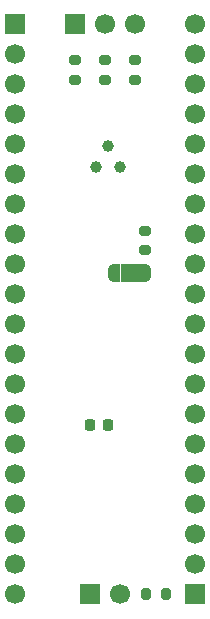
<source format=gbs>
G04 #@! TF.GenerationSoftware,KiCad,Pcbnew,9.0.7*
G04 #@! TF.CreationDate,2026-01-28T19:45:35+11:00*
G04 #@! TF.ProjectId,16BitFlashROM_Adaptor,31364269-7446-46c6-9173-68524f4d5f41,rev?*
G04 #@! TF.SameCoordinates,Original*
G04 #@! TF.FileFunction,Soldermask,Bot*
G04 #@! TF.FilePolarity,Negative*
%FSLAX46Y46*%
G04 Gerber Fmt 4.6, Leading zero omitted, Abs format (unit mm)*
G04 Created by KiCad (PCBNEW 9.0.7) date 2026-01-28 19:45:35*
%MOMM*%
%LPD*%
G01*
G04 APERTURE LIST*
G04 Aperture macros list*
%AMRoundRect*
0 Rectangle with rounded corners*
0 $1 Rounding radius*
0 $2 $3 $4 $5 $6 $7 $8 $9 X,Y pos of 4 corners*
0 Add a 4 corners polygon primitive as box body*
4,1,4,$2,$3,$4,$5,$6,$7,$8,$9,$2,$3,0*
0 Add four circle primitives for the rounded corners*
1,1,$1+$1,$2,$3*
1,1,$1+$1,$4,$5*
1,1,$1+$1,$6,$7*
1,1,$1+$1,$8,$9*
0 Add four rect primitives between the rounded corners*
20,1,$1+$1,$2,$3,$4,$5,0*
20,1,$1+$1,$4,$5,$6,$7,0*
20,1,$1+$1,$6,$7,$8,$9,0*
20,1,$1+$1,$8,$9,$2,$3,0*%
%AMFreePoly0*
4,1,23,0.550000,-0.750000,0.000000,-0.750000,0.000000,-0.745722,-0.065263,-0.745722,-0.191342,-0.711940,-0.304381,-0.646677,-0.396677,-0.554381,-0.461940,-0.441342,-0.495722,-0.315263,-0.495722,-0.250000,-0.500000,-0.250000,-0.500000,0.250000,-0.495722,0.250000,-0.495722,0.315263,-0.461940,0.441342,-0.396677,0.554381,-0.304381,0.646677,-0.191342,0.711940,-0.065263,0.745722,0.000000,0.745722,
0.000000,0.750000,0.550000,0.750000,0.550000,-0.750000,0.550000,-0.750000,$1*%
%AMFreePoly1*
4,1,23,0.000000,0.745722,0.065263,0.745722,0.191342,0.711940,0.304381,0.646677,0.396677,0.554381,0.461940,0.441342,0.495722,0.315263,0.495722,0.250000,0.500000,0.250000,0.500000,-0.250000,0.495722,-0.250000,0.495722,-0.315263,0.461940,-0.441342,0.396677,-0.554381,0.304381,-0.646677,0.191342,-0.711940,0.065263,-0.745722,0.000000,-0.745722,0.000000,-0.750000,-0.550000,-0.750000,
-0.550000,0.750000,0.000000,0.750000,0.000000,0.745722,0.000000,0.745722,$1*%
G04 Aperture macros list end*
%ADD10R,1.700000X1.700000*%
%ADD11C,1.700000*%
%ADD12C,1.000000*%
%ADD13RoundRect,0.200000X-0.275000X0.200000X-0.275000X-0.200000X0.275000X-0.200000X0.275000X0.200000X0*%
%ADD14FreePoly0,0.000000*%
%ADD15R,1.000000X1.500000*%
%ADD16FreePoly1,0.000000*%
%ADD17RoundRect,0.200000X0.200000X0.275000X-0.200000X0.275000X-0.200000X-0.275000X0.200000X-0.275000X0*%
%ADD18RoundRect,0.225000X-0.225000X-0.250000X0.225000X-0.250000X0.225000X0.250000X-0.225000X0.250000X0*%
%ADD19RoundRect,0.200000X0.275000X-0.200000X0.275000X0.200000X-0.275000X0.200000X-0.275000X-0.200000X0*%
G04 APERTURE END LIST*
G36*
X148670000Y-110722500D02*
G01*
X150170000Y-110722500D01*
X150170000Y-109222500D01*
X148670000Y-109222500D01*
X148670000Y-110722500D01*
G37*
D10*
X144780000Y-88900000D03*
D11*
X147320000Y-88900000D03*
X149860000Y-88900000D03*
D10*
X146045000Y-137160000D03*
D11*
X148585000Y-137160000D03*
D12*
X147560000Y-99190000D03*
D10*
X139700000Y-88900000D03*
D11*
X139700000Y-91440000D03*
X139700000Y-93980000D03*
X139700000Y-96520000D03*
X139700000Y-99060000D03*
X139700000Y-101600000D03*
X139700000Y-104140000D03*
X139700000Y-106680000D03*
X139700000Y-109220000D03*
X139700000Y-111760000D03*
X139700000Y-114300000D03*
X139700000Y-116840000D03*
X139700000Y-119380000D03*
X139700000Y-121920000D03*
X139700000Y-124460000D03*
X139700000Y-127000000D03*
X139700000Y-129540000D03*
X139700000Y-132080000D03*
X139700000Y-134620000D03*
X139700000Y-137160000D03*
D13*
X150695000Y-106382500D03*
X150695000Y-108032500D03*
D14*
X148120000Y-109972500D03*
D15*
X149420000Y-109972500D03*
D16*
X150720000Y-109972500D03*
D13*
X149860000Y-91940000D03*
X149860000Y-93590000D03*
D17*
X152475000Y-137160000D03*
X150825000Y-137160000D03*
D18*
X146040000Y-122820000D03*
X147590000Y-122820000D03*
D10*
X154940000Y-137160000D03*
D11*
X154940000Y-134620000D03*
X154940000Y-132080000D03*
X154940000Y-129540000D03*
X154940000Y-127000000D03*
X154940000Y-124460000D03*
X154940000Y-121920000D03*
X154940000Y-119380000D03*
X154940000Y-116840000D03*
X154940000Y-114300000D03*
X154940000Y-111760000D03*
X154940000Y-109220000D03*
X154940000Y-106680000D03*
X154940000Y-104140000D03*
X154940000Y-101600000D03*
X154940000Y-99060000D03*
X154940000Y-96520000D03*
X154940000Y-93980000D03*
X154940000Y-91440000D03*
X154940000Y-88900000D03*
D19*
X144780000Y-93590000D03*
X144780000Y-91940000D03*
D12*
X146570000Y-100970000D03*
D19*
X147320000Y-93590000D03*
X147320000Y-91940000D03*
D12*
X148570000Y-100950000D03*
M02*

</source>
